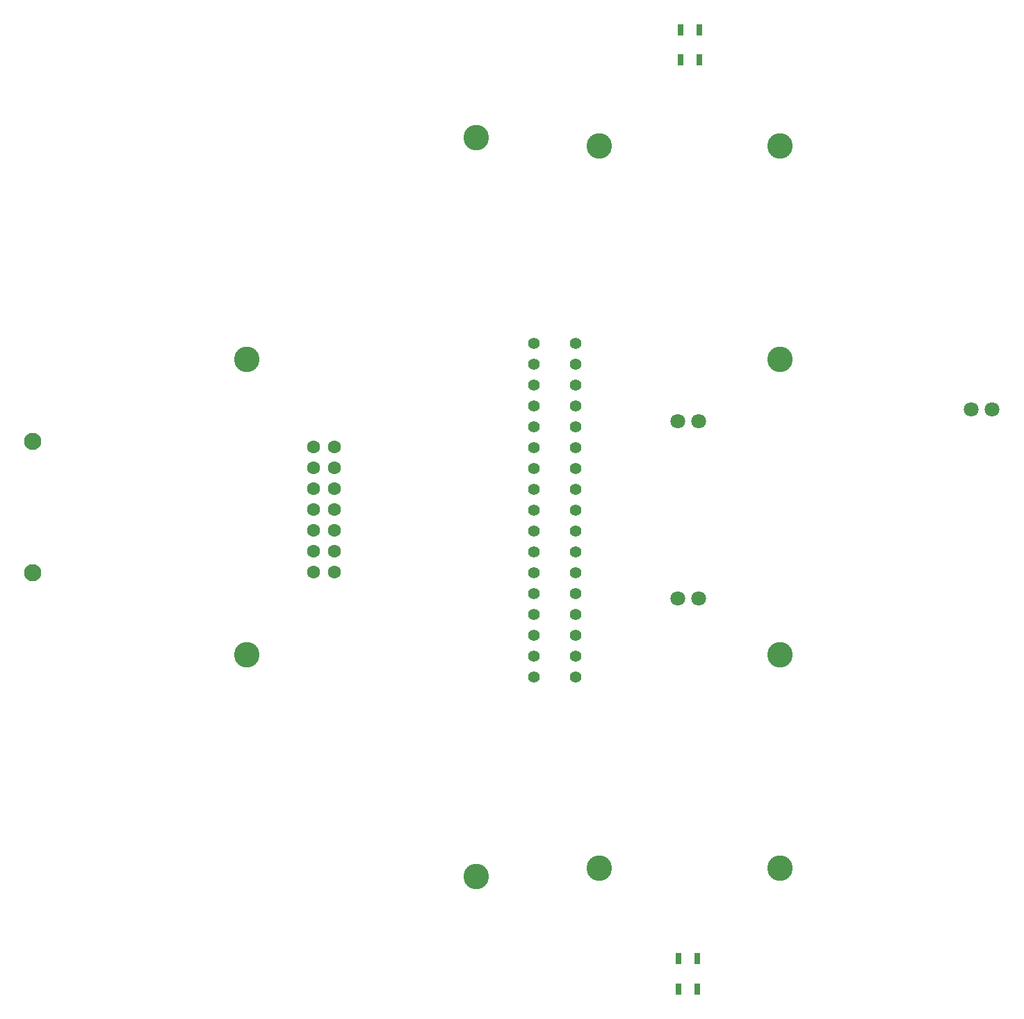
<source format=gbr>
G04 (created by PCBNEW (2013-may-18)-stable) date Вт 27 окт 2015 07:17:40*
%MOIN*%
G04 Gerber Fmt 3.4, Leading zero omitted, Abs format*
%FSLAX34Y34*%
G01*
G70*
G90*
G04 APERTURE LIST*
%ADD10C,0.00590551*%
%ADD11C,0.122047*%
%ADD12C,0.0708661*%
%ADD13R,0.0314961X0.0551181*%
%ADD14C,0.0629921*%
%ADD15C,0.0551181*%
%ADD16C,0.0826772*%
G04 APERTURE END LIST*
G54D10*
G54D11*
X57874Y-14566D03*
G54D12*
X53962Y-27787D03*
X52962Y-27787D03*
X53962Y-36287D03*
X52962Y-36287D03*
G54D13*
X53905Y-53543D03*
X53000Y-53543D03*
X53000Y-55000D03*
X53905Y-55000D03*
X53094Y-10456D03*
X54000Y-10456D03*
X54000Y-9000D03*
X53094Y-9000D03*
G54D12*
X67037Y-27212D03*
X68037Y-27212D03*
G54D14*
X36500Y-31000D03*
X35500Y-31000D03*
X36500Y-29000D03*
X35500Y-29000D03*
X36500Y-30000D03*
X35500Y-30000D03*
X35500Y-34000D03*
X36500Y-34000D03*
X36500Y-32000D03*
X35500Y-32000D03*
X35500Y-33000D03*
X36500Y-33000D03*
X35500Y-35000D03*
X36500Y-35000D03*
G54D15*
X46061Y-24049D03*
X46061Y-25049D03*
X46061Y-26049D03*
X46061Y-27049D03*
X46061Y-28049D03*
X46061Y-29049D03*
X46061Y-30049D03*
X46061Y-31049D03*
X46061Y-32049D03*
X46061Y-33049D03*
X46061Y-34049D03*
X46061Y-35049D03*
X46061Y-36049D03*
X46061Y-37049D03*
X46061Y-38049D03*
X46061Y-39049D03*
X46061Y-40049D03*
X48061Y-40049D03*
X48061Y-39049D03*
X48061Y-38049D03*
X48061Y-37049D03*
X48061Y-36049D03*
X48061Y-35049D03*
X48061Y-34049D03*
X48061Y-33049D03*
X48061Y-32049D03*
X48061Y-31049D03*
X48061Y-30049D03*
X48061Y-29049D03*
X48061Y-28049D03*
X48061Y-27049D03*
X48061Y-26049D03*
X48061Y-25049D03*
X48061Y-24049D03*
G54D11*
X32283Y-38976D03*
X57874Y-38976D03*
X57874Y-24803D03*
X43307Y-49606D03*
X43307Y-14173D03*
X49212Y-49212D03*
X57874Y-49212D03*
X49212Y-14566D03*
X32283Y-24803D03*
G54D16*
X22047Y-28740D03*
X22047Y-35039D03*
M02*

</source>
